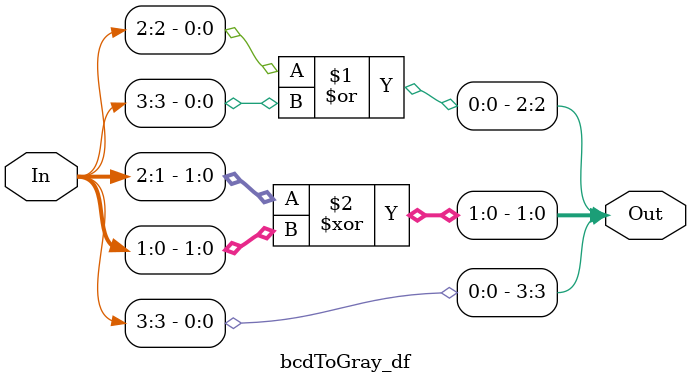
<source format=v>
module bcdToGray_df(Out, In);
	output [3:0] Out;
	input [3:0] In;

	assign Out[3] = In[3],
		Out[2] = In[2] | In[3],
		Out[1:0] = In[2:1] ^ In[1:0];
endmodule
</source>
